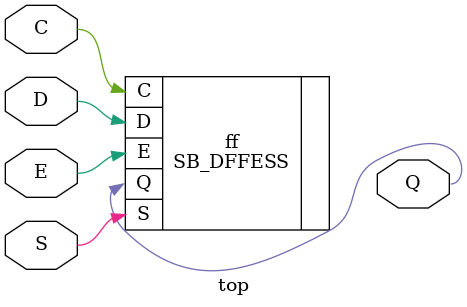
<source format=v>
module top (input C, D, E, S, output Q);
	SB_DFFESS ff (.C(C), .D(D), .E(E), .S(S), .Q(Q));
endmodule

</source>
